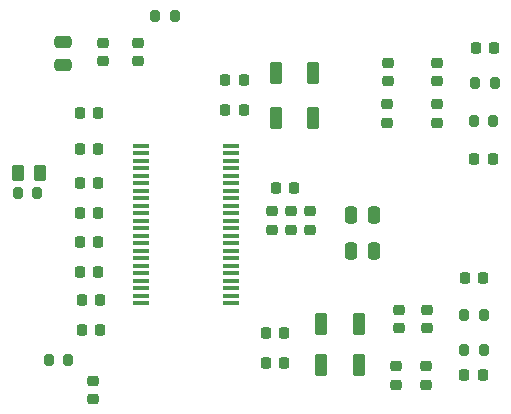
<source format=gbr>
%TF.GenerationSoftware,KiCad,Pcbnew,9.0.0*%
%TF.CreationDate,2025-03-20T21:57:57+01:00*%
%TF.ProjectId,Pcb_Ampli2,5063625f-416d-4706-9c69-322e6b696361,rev?*%
%TF.SameCoordinates,Original*%
%TF.FileFunction,Paste,Top*%
%TF.FilePolarity,Positive*%
%FSLAX46Y46*%
G04 Gerber Fmt 4.6, Leading zero omitted, Abs format (unit mm)*
G04 Created by KiCad (PCBNEW 9.0.0) date 2025-03-20 21:57:57*
%MOMM*%
%LPD*%
G01*
G04 APERTURE LIST*
G04 Aperture macros list*
%AMRoundRect*
0 Rectangle with rounded corners*
0 $1 Rounding radius*
0 $2 $3 $4 $5 $6 $7 $8 $9 X,Y pos of 4 corners*
0 Add a 4 corners polygon primitive as box body*
4,1,4,$2,$3,$4,$5,$6,$7,$8,$9,$2,$3,0*
0 Add four circle primitives for the rounded corners*
1,1,$1+$1,$2,$3*
1,1,$1+$1,$4,$5*
1,1,$1+$1,$6,$7*
1,1,$1+$1,$8,$9*
0 Add four rect primitives between the rounded corners*
20,1,$1+$1,$2,$3,$4,$5,0*
20,1,$1+$1,$4,$5,$6,$7,0*
20,1,$1+$1,$6,$7,$8,$9,0*
20,1,$1+$1,$8,$9,$2,$3,0*%
G04 Aperture macros list end*
%ADD10O,1.400000X0.399999*%
%ADD11RoundRect,0.250000X0.250000X0.475000X-0.250000X0.475000X-0.250000X-0.475000X0.250000X-0.475000X0*%
%ADD12RoundRect,0.225000X-0.225000X-0.250000X0.225000X-0.250000X0.225000X0.250000X-0.225000X0.250000X0*%
%ADD13RoundRect,0.200000X-0.200000X-0.275000X0.200000X-0.275000X0.200000X0.275000X-0.200000X0.275000X0*%
%ADD14RoundRect,0.225000X0.250000X-0.225000X0.250000X0.225000X-0.250000X0.225000X-0.250000X-0.225000X0*%
%ADD15RoundRect,0.250000X-0.262500X-0.450000X0.262500X-0.450000X0.262500X0.450000X-0.262500X0.450000X0*%
%ADD16RoundRect,0.250000X-0.275000X-0.700000X0.275000X-0.700000X0.275000X0.700000X-0.275000X0.700000X0*%
%ADD17RoundRect,0.225000X-0.250000X0.225000X-0.250000X-0.225000X0.250000X-0.225000X0.250000X0.225000X0*%
%ADD18RoundRect,0.250000X-0.475000X0.250000X-0.475000X-0.250000X0.475000X-0.250000X0.475000X0.250000X0*%
%ADD19RoundRect,0.225000X0.225000X0.250000X-0.225000X0.250000X-0.225000X-0.250000X0.225000X-0.250000X0*%
G04 APERTURE END LIST*
D10*
%TO.C,3255*%
X98500000Y-66632500D03*
X98500000Y-67267500D03*
X98500000Y-67902500D03*
X98500000Y-68537500D03*
X98500000Y-69172500D03*
X98500000Y-69807500D03*
X98500000Y-70442500D03*
X98500000Y-71077500D03*
X98500000Y-71712500D03*
X98500000Y-72347500D03*
X98500000Y-72982500D03*
X98500000Y-73617500D03*
X98500000Y-74252500D03*
X98500000Y-74887500D03*
X98500000Y-75522500D03*
X98500000Y-76157500D03*
X98500000Y-76792500D03*
X98500000Y-77427500D03*
X98500000Y-78062500D03*
X98500000Y-78697500D03*
X98500000Y-79332500D03*
X98500000Y-79967500D03*
X106100000Y-79967500D03*
X106100000Y-79332500D03*
X106100000Y-78697500D03*
X106100000Y-78062500D03*
X106100000Y-77427500D03*
X106100000Y-76792500D03*
X106100000Y-76157500D03*
X106100000Y-75522500D03*
X106100000Y-74887500D03*
X106100000Y-74252500D03*
X106100000Y-73617500D03*
X106100000Y-72982500D03*
X106100000Y-72347500D03*
X106100000Y-71712500D03*
X106100000Y-71077500D03*
X106100000Y-70442500D03*
X106100000Y-69807500D03*
X106100000Y-69172500D03*
X106100000Y-68537500D03*
X106100000Y-67902500D03*
X106100000Y-67267500D03*
X106100000Y-66632500D03*
%TD*%
D11*
%TO.C,C22*%
X118200000Y-75510000D03*
X116300000Y-75510000D03*
%TD*%
D12*
%TO.C,C33*%
X125900000Y-77820000D03*
X127450000Y-77820000D03*
%TD*%
D13*
%TO.C,R6*%
X126775000Y-61300000D03*
X128425000Y-61300000D03*
%TD*%
D14*
%TO.C,C29*%
X120300000Y-82075000D03*
X120300000Y-80525000D03*
%TD*%
D15*
%TO.C,R7*%
X88087500Y-68900000D03*
X89912500Y-68900000D03*
%TD*%
D12*
%TO.C,C6*%
X93325000Y-69790000D03*
X94875000Y-69790000D03*
%TD*%
D16*
%TO.C,L4*%
X113750000Y-85200000D03*
X116900000Y-85200000D03*
%TD*%
D14*
%TO.C,C32*%
X122600000Y-86850000D03*
X122600000Y-85300000D03*
%TD*%
D17*
%TO.C,C17*%
X109600000Y-72175000D03*
X109600000Y-73725000D03*
%TD*%
D18*
%TO.C,C5*%
X91900000Y-57850000D03*
X91900000Y-59750000D03*
%TD*%
D11*
%TO.C,C21*%
X118200000Y-72500000D03*
X116300000Y-72500000D03*
%TD*%
D14*
%TO.C,C18*%
X112800000Y-73725000D03*
X112800000Y-72175000D03*
%TD*%
D19*
%TO.C,C28*%
X128250000Y-67780000D03*
X126700000Y-67780000D03*
%TD*%
D13*
%TO.C,R9*%
X125850000Y-80990000D03*
X127500000Y-80990000D03*
%TD*%
D12*
%TO.C,C14*%
X105625000Y-63600000D03*
X107175000Y-63600000D03*
%TD*%
D13*
%TO.C,R5*%
X126675000Y-64500000D03*
X128325000Y-64500000D03*
%TD*%
%TO.C,R1*%
X99675000Y-55600000D03*
X101325000Y-55600000D03*
%TD*%
%TO.C,R10*%
X125850000Y-83900000D03*
X127500000Y-83900000D03*
%TD*%
D14*
%TO.C,C23*%
X119400000Y-61175000D03*
X119400000Y-59625000D03*
%TD*%
D19*
%TO.C,C34*%
X127400000Y-86000000D03*
X125850000Y-86000000D03*
%TD*%
D14*
%TO.C,C31*%
X122700000Y-82075000D03*
X122700000Y-80525000D03*
%TD*%
%TO.C,C24*%
X119300000Y-64675000D03*
X119300000Y-63125000D03*
%TD*%
D12*
%TO.C,C3*%
X93325000Y-63810000D03*
X94875000Y-63810000D03*
%TD*%
%TO.C,C4*%
X93325000Y-66910000D03*
X94875000Y-66910000D03*
%TD*%
D16*
%TO.C,L1*%
X109925000Y-60500000D03*
X113075000Y-60500000D03*
%TD*%
D12*
%TO.C,C13*%
X105625000Y-61090000D03*
X107175000Y-61090000D03*
%TD*%
%TO.C,C15*%
X109925000Y-70190000D03*
X111475000Y-70190000D03*
%TD*%
%TO.C,C7*%
X93325000Y-72300000D03*
X94875000Y-72300000D03*
%TD*%
D13*
%TO.C,R2*%
X90675000Y-84800000D03*
X92325000Y-84800000D03*
%TD*%
D17*
%TO.C,C1*%
X95300000Y-57925000D03*
X95300000Y-59475000D03*
%TD*%
D12*
%TO.C,C20*%
X109025000Y-85000000D03*
X110575000Y-85000000D03*
%TD*%
%TO.C,C9*%
X93325000Y-77320000D03*
X94875000Y-77320000D03*
%TD*%
D14*
%TO.C,C25*%
X123525000Y-61150000D03*
X123525000Y-59600000D03*
%TD*%
D12*
%TO.C,C19*%
X109025000Y-82490000D03*
X110575000Y-82490000D03*
%TD*%
D16*
%TO.C,L2*%
X109925000Y-64300000D03*
X113075000Y-64300000D03*
%TD*%
D12*
%TO.C,C8*%
X93325000Y-74810000D03*
X94875000Y-74810000D03*
%TD*%
%TO.C,C27*%
X126825000Y-58380000D03*
X128375000Y-58380000D03*
%TD*%
D17*
%TO.C,C2*%
X98200000Y-57925000D03*
X98200000Y-59475000D03*
%TD*%
D14*
%TO.C,C26*%
X123525000Y-64675000D03*
X123525000Y-63125000D03*
%TD*%
D12*
%TO.C,C10*%
X93450000Y-79700000D03*
X95000000Y-79700000D03*
%TD*%
D13*
%TO.C,R8*%
X88050000Y-70600000D03*
X89700000Y-70600000D03*
%TD*%
D14*
%TO.C,C30*%
X120100000Y-86850000D03*
X120100000Y-85300000D03*
%TD*%
D12*
%TO.C,C11*%
X93450000Y-82210000D03*
X95000000Y-82210000D03*
%TD*%
D14*
%TO.C,C16*%
X111200000Y-73725000D03*
X111200000Y-72175000D03*
%TD*%
D16*
%TO.C,L3*%
X113750000Y-81750000D03*
X116900000Y-81750000D03*
%TD*%
D14*
%TO.C,C12*%
X94400000Y-88050000D03*
X94400000Y-86500000D03*
%TD*%
M02*

</source>
